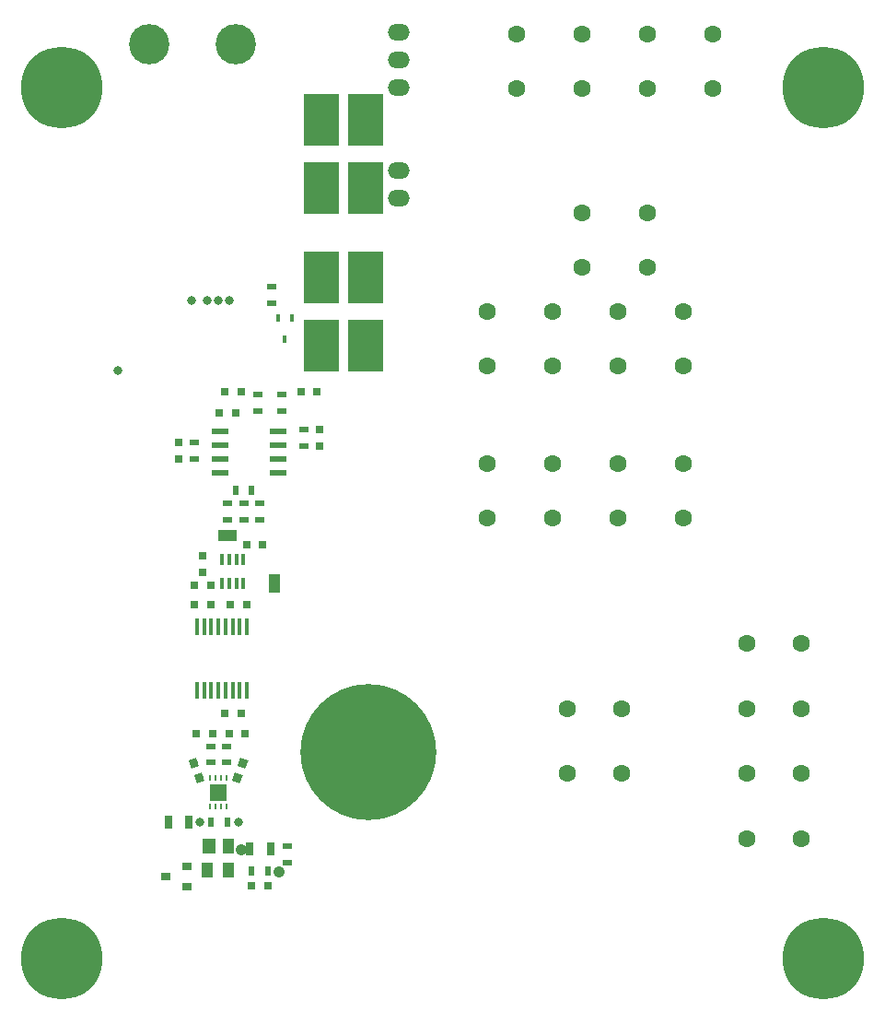
<source format=gbr>
G04 #@! TF.GenerationSoftware,KiCad,Pcbnew,(2017-12-21 revision 7586afd53)-makepkg*
G04 #@! TF.CreationDate,2018-10-14T21:46:11-07:00*
G04 #@! TF.ProjectId,fsorx,66736F72782E6B696361645F70636200,rev?*
G04 #@! TF.SameCoordinates,Original*
G04 #@! TF.FileFunction,Soldermask,Bot*
G04 #@! TF.FilePolarity,Negative*
%FSLAX46Y46*%
G04 Gerber Fmt 4.6, Leading zero omitted, Abs format (unit mm)*
G04 Created by KiCad (PCBNEW (2017-12-21 revision 7586afd53)-makepkg) date 10/14/18 21:46:11*
%MOMM*%
%LPD*%
G01*
G04 APERTURE LIST*
%ADD10R,3.300000X4.800000*%
%ADD11R,0.450000X0.700000*%
%ADD12R,0.900000X0.500000*%
%ADD13R,1.000000X1.400000*%
%ADD14R,1.200000X1.400000*%
%ADD15R,1.650000X1.600000*%
%ADD16R,0.280000X0.550000*%
%ADD17C,1.600000*%
%ADD18C,1.050000*%
%ADD19R,0.800000X0.750000*%
%ADD20C,0.750000*%
%ADD21C,0.100000*%
%ADD22R,0.900000X0.800000*%
%ADD23R,0.500000X0.900000*%
%ADD24R,0.700000X1.300000*%
%ADD25R,1.800000X1.000000*%
%ADD26O,2.000000X1.500000*%
%ADD27R,0.750000X0.800000*%
%ADD28R,1.000000X1.800000*%
%ADD29R,1.550000X0.600000*%
%ADD30R,0.450000X1.500000*%
%ADD31C,0.800000*%
%ADD32R,0.400000X1.060000*%
%ADD33C,7.500000*%
%ADD34C,12.500000*%
%ADD35C,3.700000*%
G04 APERTURE END LIST*
D10*
X93900000Y-67200000D03*
X97900000Y-67200000D03*
X97900000Y-60900000D03*
X93900000Y-60900000D03*
D11*
X90500000Y-81100000D03*
X91150000Y-79100000D03*
X89850000Y-79100000D03*
D10*
X93900000Y-75400000D03*
X97900000Y-75400000D03*
X97900000Y-81700000D03*
X93900000Y-81700000D03*
D12*
X89300000Y-76250000D03*
X89300000Y-77750000D03*
D13*
X83367424Y-129831944D03*
X85267424Y-129831944D03*
X85267424Y-127631944D03*
D14*
X83547424Y-127631944D03*
D12*
X85100000Y-118481944D03*
X85100000Y-119981944D03*
X83700000Y-119981944D03*
X83700000Y-118481944D03*
D15*
X84367633Y-122708278D03*
D16*
X85117633Y-121383278D03*
X84617633Y-121383278D03*
X84117633Y-121383278D03*
X83617633Y-121383278D03*
X83617633Y-124033278D03*
X84117633Y-124033278D03*
X84617633Y-124033278D03*
X85117633Y-124033278D03*
D17*
X129812802Y-53018363D03*
X129812802Y-58018363D03*
D18*
X90000000Y-130000000D03*
D19*
X93467424Y-85931944D03*
X91967424Y-85931944D03*
D17*
X111812802Y-53018363D03*
X111812802Y-58018363D03*
X123812802Y-53018363D03*
X123812802Y-58018363D03*
X117812802Y-53018363D03*
X117812802Y-58018363D03*
X123812802Y-69518363D03*
X123812802Y-74518363D03*
X117812802Y-69518363D03*
X117812802Y-74518363D03*
D20*
X86143485Y-121404769D03*
D21*
G36*
X86359062Y-121908904D02*
X85654292Y-121652388D01*
X85927908Y-120900634D01*
X86632678Y-121157150D01*
X86359062Y-121908904D01*
X86359062Y-121908904D01*
G37*
D20*
X86656515Y-119995231D03*
D21*
G36*
X86872092Y-120499366D02*
X86167322Y-120242850D01*
X86440938Y-119491096D01*
X87145708Y-119747612D01*
X86872092Y-120499366D01*
X86872092Y-120499366D01*
G37*
D20*
X82143485Y-119995231D03*
D21*
G36*
X82632678Y-120242850D02*
X81927908Y-120499366D01*
X81654292Y-119747612D01*
X82359062Y-119491096D01*
X82632678Y-120242850D01*
X82632678Y-120242850D01*
G37*
D20*
X82656515Y-121404769D03*
D21*
G36*
X83145708Y-121652388D02*
X82440938Y-121908904D01*
X82167322Y-121157150D01*
X82872092Y-120900634D01*
X83145708Y-121652388D01*
X83145708Y-121652388D01*
G37*
D17*
X127112802Y-83518363D03*
X127112802Y-78518363D03*
X115112802Y-83518363D03*
X115112802Y-78518363D03*
X121112802Y-97518363D03*
X121112802Y-92518363D03*
X109112802Y-92518363D03*
X109112802Y-97518363D03*
X115112802Y-97518363D03*
X115112802Y-92518363D03*
X127112802Y-92518363D03*
X127112802Y-97518363D03*
X121112802Y-78518363D03*
X121112802Y-83518363D03*
X109112802Y-83518363D03*
X109112802Y-78518363D03*
D19*
X88967424Y-131331944D03*
X87467424Y-131331944D03*
D17*
X133000000Y-127000000D03*
X138000000Y-127000000D03*
X133000000Y-109000000D03*
X138000000Y-109000000D03*
X138000000Y-121000000D03*
X133000000Y-121000000D03*
X138000000Y-115000000D03*
X133000000Y-115000000D03*
X121500000Y-121000000D03*
X116500000Y-121000000D03*
X116500000Y-115000000D03*
X121500000Y-115000000D03*
D22*
X81517424Y-129481944D03*
X81517424Y-131381944D03*
X79517424Y-130431944D03*
D12*
X90217424Y-87681944D03*
X90217424Y-86181944D03*
X87994678Y-87681944D03*
X87994678Y-86181944D03*
D23*
X83717424Y-125431944D03*
X85217424Y-125431944D03*
D24*
X89167424Y-127931944D03*
X87267424Y-127931944D03*
X79767424Y-125431944D03*
X81667424Y-125431944D03*
D23*
X87467424Y-129931944D03*
X88967424Y-129931944D03*
D12*
X90717424Y-129181944D03*
X90717424Y-127681944D03*
D25*
X85217424Y-99131944D03*
D26*
X101000000Y-68120000D03*
X101000000Y-65580000D03*
X101000000Y-57960000D03*
X101000000Y-55420000D03*
X101000000Y-52880000D03*
D19*
X86467424Y-85931944D03*
X84967424Y-85931944D03*
X85967424Y-87831944D03*
X84467424Y-87831944D03*
D27*
X93717424Y-89381944D03*
X93717424Y-90881944D03*
X80717424Y-92081944D03*
X80717424Y-90581944D03*
D19*
X88467424Y-99931944D03*
X86967424Y-99931944D03*
X83667424Y-103731944D03*
X82167424Y-103731944D03*
X86967424Y-105431944D03*
X85467424Y-105431944D03*
D27*
X82917424Y-100981944D03*
X82917424Y-102481944D03*
D19*
X85367424Y-117331944D03*
X86867424Y-117331944D03*
X83867424Y-117331944D03*
X82367424Y-117331944D03*
X86467424Y-115431944D03*
X84967424Y-115431944D03*
X82167424Y-105431944D03*
X83667424Y-105431944D03*
D12*
X92217424Y-90881944D03*
X92217424Y-89381944D03*
X82217424Y-90581944D03*
X82217424Y-92081944D03*
X88217424Y-96181944D03*
X88217424Y-97681944D03*
D23*
X85967424Y-94931944D03*
X87467424Y-94931944D03*
D12*
X86717424Y-97681944D03*
X86717424Y-96181944D03*
X85217424Y-96181944D03*
X85217424Y-97681944D03*
D28*
X89517424Y-103531944D03*
D29*
X84517424Y-89526944D03*
X84517424Y-90796944D03*
X84517424Y-92066944D03*
X84517424Y-93336944D03*
X89917424Y-93336944D03*
X89917424Y-92066944D03*
X89917424Y-90796944D03*
X89917424Y-89526944D03*
D30*
X82442424Y-113381944D03*
X83092424Y-113381944D03*
X83742424Y-113381944D03*
X84392424Y-113381944D03*
X85042424Y-113381944D03*
X85692424Y-113381944D03*
X86342424Y-113381944D03*
X86992424Y-113381944D03*
X86992424Y-107481944D03*
X86342424Y-107481944D03*
X85692424Y-107481944D03*
X85042424Y-107481944D03*
X84392424Y-107481944D03*
X83742424Y-107481944D03*
X83092424Y-107481944D03*
X82442424Y-107481944D03*
D31*
X86217424Y-125431944D03*
X82717424Y-125431944D03*
D32*
X86697424Y-101331944D03*
X86047424Y-101331944D03*
X85387424Y-101331944D03*
X84737424Y-101331944D03*
X84737424Y-103531944D03*
X85387424Y-103531944D03*
X86047424Y-103531944D03*
X86697424Y-103531944D03*
D31*
X81900000Y-77500000D03*
X85400000Y-77500000D03*
X84400000Y-77500000D03*
X83400000Y-77500000D03*
X75150000Y-84000000D03*
D33*
X70000000Y-138000000D03*
X70000000Y-58000000D03*
X140000000Y-58000000D03*
X140000000Y-138000000D03*
D34*
X98200000Y-119000000D03*
D18*
X86500000Y-128000000D03*
D35*
X78000000Y-54000000D03*
X86000000Y-54000000D03*
M02*

</source>
